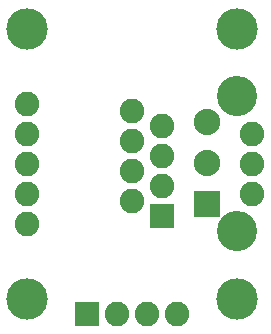
<source format=gbr>
G04 EAGLE Gerber RS-274X export*
G75*
%MOMM*%
%FSLAX34Y34*%
%LPD*%
%INSoldermask Bottom*%
%IPPOS*%
%AMOC8*
5,1,8,0,0,1.08239X$1,22.5*%
G01*
%ADD10C,2.082800*%
%ADD11R,2.082800X2.082800*%
%ADD12C,3.403200*%
%ADD13R,2.235200X2.235200*%
%ADD14C,2.235200*%
%ADD15C,3.505200*%


D10*
X114300Y184150D03*
X139700Y171450D03*
X114300Y158750D03*
X114300Y133350D03*
X114300Y107950D03*
X139700Y146050D03*
X139700Y120650D03*
D11*
X139700Y95250D03*
D12*
X203200Y82550D03*
X203200Y196850D03*
D10*
X215900Y114300D03*
X215900Y139700D03*
X215900Y165100D03*
D13*
X177800Y105410D03*
D14*
X177800Y140410D03*
X177800Y175410D03*
D15*
X25400Y254000D03*
X25400Y25400D03*
X203200Y254000D03*
X203200Y25400D03*
D10*
X25400Y190500D03*
X25400Y165100D03*
X25400Y139700D03*
X25400Y114300D03*
X25400Y88900D03*
D11*
X76200Y12700D03*
D10*
X101600Y12700D03*
X127000Y12700D03*
X152400Y12700D03*
M02*

</source>
